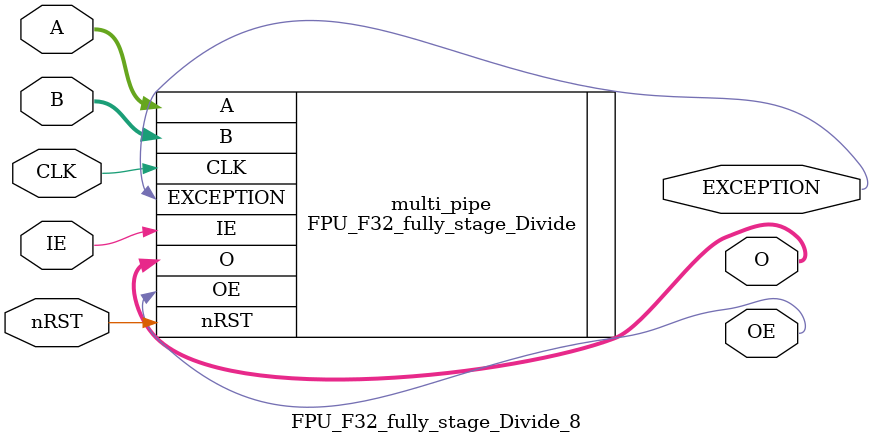
<source format=v>
`include "testdrive_system.vh"

module FPU_F32_fully_stage_Divide_8 (
		input					CLK,		// clock
		input					nRST,		// reset (active low)
		input					IE,			// input enable
		input	[31:0]			A,			// A
		input	[31:0]			B,			// B
		output					OE,			// output enable
		output					EXCEPTION,	// EXCEPTION
		output	[31:0]			O			// output
	);

	// definition & assignment ---------------------------------------------------

	// implementation ------------------------------------------------------------
	FPU_F32_fully_stage_Divide #(
		.CYCLE		(8)
	) multi_pipe (
		.CLK		(CLK),
		.nRST		(nRST),
		.IE			(IE),
		.A			(A),
		.B			(B),
		.OE			(OE),
		.EXCEPTION	(EXCEPTION),
		.O			(O)
	);

endmodule

</source>
